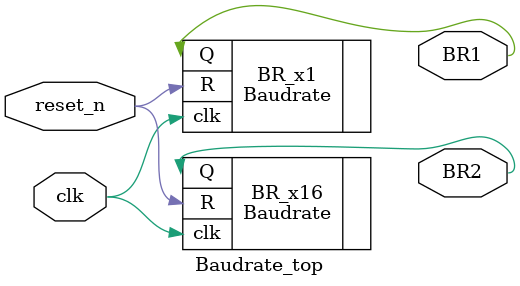
<source format=sv>
`timescale 1ns / 1ps

localparam N1 = 50000000;
localparam N2 = 3125000;

localparam n1 = $clog2(N1);
localparam n2 = $clog2(N2);

module Baudrate_top(
    input logic clk,reset_n,
    output logic BR1,BR2
    
    );
    
    
    Baudrate #(.n(n1), .N(N1)) BR_x1 (
        .clk(clk),
        .R(reset_n),
        .Q(BR1)
    );
    
    Baudrate #(.n(n2), .N(N2)) BR_x16 (
        .clk(clk),
        .R(reset_n),
        .Q(BR2)
    );
endmodule

</source>
